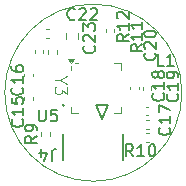
<source format=gbr>
%TF.GenerationSoftware,KiCad,Pcbnew,9.0.0*%
%TF.CreationDate,2025-03-13T16:01:27-04:00*%
%TF.ProjectId,IngestibleCapsule-Board,496e6765-7374-4696-926c-654361707375,rev?*%
%TF.SameCoordinates,Original*%
%TF.FileFunction,Legend,Top*%
%TF.FilePolarity,Positive*%
%FSLAX46Y46*%
G04 Gerber Fmt 4.6, Leading zero omitted, Abs format (unit mm)*
G04 Created by KiCad (PCBNEW 9.0.0) date 2025-03-13 16:01:27*
%MOMM*%
%LPD*%
G01*
G04 APERTURE LIST*
%ADD10C,0.150000*%
%ADD11C,0.100000*%
%ADD12C,0.120000*%
%ADD13C,0.200000*%
%ADD14C,0.152400*%
%TA.AperFunction,Profile*%
%ADD15C,0.050000*%
%TD*%
G04 APERTURE END LIST*
D10*
X105958333Y-112729819D02*
X105482143Y-112729819D01*
X105482143Y-112729819D02*
X105482143Y-111729819D01*
X106815476Y-112729819D02*
X106244048Y-112729819D01*
X106529762Y-112729819D02*
X106529762Y-111729819D01*
X106529762Y-111729819D02*
X106434524Y-111872676D01*
X106434524Y-111872676D02*
X106339286Y-111967914D01*
X106339286Y-111967914D02*
X106244048Y-112015533D01*
X102979819Y-110042857D02*
X102503628Y-110376190D01*
X102979819Y-110614285D02*
X101979819Y-110614285D01*
X101979819Y-110614285D02*
X101979819Y-110233333D01*
X101979819Y-110233333D02*
X102027438Y-110138095D01*
X102027438Y-110138095D02*
X102075057Y-110090476D01*
X102075057Y-110090476D02*
X102170295Y-110042857D01*
X102170295Y-110042857D02*
X102313152Y-110042857D01*
X102313152Y-110042857D02*
X102408390Y-110090476D01*
X102408390Y-110090476D02*
X102456009Y-110138095D01*
X102456009Y-110138095D02*
X102503628Y-110233333D01*
X102503628Y-110233333D02*
X102503628Y-110614285D01*
X102979819Y-109090476D02*
X102979819Y-109661904D01*
X102979819Y-109376190D02*
X101979819Y-109376190D01*
X101979819Y-109376190D02*
X102122676Y-109471428D01*
X102122676Y-109471428D02*
X102217914Y-109566666D01*
X102217914Y-109566666D02*
X102265533Y-109661904D01*
X102075057Y-108709523D02*
X102027438Y-108661904D01*
X102027438Y-108661904D02*
X101979819Y-108566666D01*
X101979819Y-108566666D02*
X101979819Y-108328571D01*
X101979819Y-108328571D02*
X102027438Y-108233333D01*
X102027438Y-108233333D02*
X102075057Y-108185714D01*
X102075057Y-108185714D02*
X102170295Y-108138095D01*
X102170295Y-108138095D02*
X102265533Y-108138095D01*
X102265533Y-108138095D02*
X102408390Y-108185714D01*
X102408390Y-108185714D02*
X102979819Y-108757142D01*
X102979819Y-108757142D02*
X102979819Y-108138095D01*
D11*
X97218771Y-113923809D02*
X96742580Y-113923809D01*
X97742580Y-113590476D02*
X97218771Y-113923809D01*
X97218771Y-113923809D02*
X97742580Y-114257142D01*
X97742580Y-114495238D02*
X97742580Y-115114285D01*
X97742580Y-115114285D02*
X97361628Y-114780952D01*
X97361628Y-114780952D02*
X97361628Y-114923809D01*
X97361628Y-114923809D02*
X97314009Y-115019047D01*
X97314009Y-115019047D02*
X97266390Y-115066666D01*
X97266390Y-115066666D02*
X97171152Y-115114285D01*
X97171152Y-115114285D02*
X96933057Y-115114285D01*
X96933057Y-115114285D02*
X96837819Y-115066666D01*
X96837819Y-115066666D02*
X96790200Y-115019047D01*
X96790200Y-115019047D02*
X96742580Y-114923809D01*
X96742580Y-114923809D02*
X96742580Y-114638095D01*
X96742580Y-114638095D02*
X96790200Y-114542857D01*
X96790200Y-114542857D02*
X96837819Y-114495238D01*
D10*
X93959580Y-114567857D02*
X94007200Y-114615476D01*
X94007200Y-114615476D02*
X94054819Y-114758333D01*
X94054819Y-114758333D02*
X94054819Y-114853571D01*
X94054819Y-114853571D02*
X94007200Y-114996428D01*
X94007200Y-114996428D02*
X93911961Y-115091666D01*
X93911961Y-115091666D02*
X93816723Y-115139285D01*
X93816723Y-115139285D02*
X93626247Y-115186904D01*
X93626247Y-115186904D02*
X93483390Y-115186904D01*
X93483390Y-115186904D02*
X93292914Y-115139285D01*
X93292914Y-115139285D02*
X93197676Y-115091666D01*
X93197676Y-115091666D02*
X93102438Y-114996428D01*
X93102438Y-114996428D02*
X93054819Y-114853571D01*
X93054819Y-114853571D02*
X93054819Y-114758333D01*
X93054819Y-114758333D02*
X93102438Y-114615476D01*
X93102438Y-114615476D02*
X93150057Y-114567857D01*
X94054819Y-113615476D02*
X94054819Y-114186904D01*
X94054819Y-113901190D02*
X93054819Y-113901190D01*
X93054819Y-113901190D02*
X93197676Y-113996428D01*
X93197676Y-113996428D02*
X93292914Y-114091666D01*
X93292914Y-114091666D02*
X93340533Y-114186904D01*
X93054819Y-112758333D02*
X93054819Y-112948809D01*
X93054819Y-112948809D02*
X93102438Y-113044047D01*
X93102438Y-113044047D02*
X93150057Y-113091666D01*
X93150057Y-113091666D02*
X93292914Y-113186904D01*
X93292914Y-113186904D02*
X93483390Y-113234523D01*
X93483390Y-113234523D02*
X93864342Y-113234523D01*
X93864342Y-113234523D02*
X93959580Y-113186904D01*
X93959580Y-113186904D02*
X94007200Y-113139285D01*
X94007200Y-113139285D02*
X94054819Y-113044047D01*
X94054819Y-113044047D02*
X94054819Y-112853571D01*
X94054819Y-112853571D02*
X94007200Y-112758333D01*
X94007200Y-112758333D02*
X93959580Y-112710714D01*
X93959580Y-112710714D02*
X93864342Y-112663095D01*
X93864342Y-112663095D02*
X93626247Y-112663095D01*
X93626247Y-112663095D02*
X93531009Y-112710714D01*
X93531009Y-112710714D02*
X93483390Y-112758333D01*
X93483390Y-112758333D02*
X93435771Y-112853571D01*
X93435771Y-112853571D02*
X93435771Y-113044047D01*
X93435771Y-113044047D02*
X93483390Y-113139285D01*
X93483390Y-113139285D02*
X93531009Y-113186904D01*
X93531009Y-113186904D02*
X93626247Y-113234523D01*
X98432142Y-108759580D02*
X98384523Y-108807200D01*
X98384523Y-108807200D02*
X98241666Y-108854819D01*
X98241666Y-108854819D02*
X98146428Y-108854819D01*
X98146428Y-108854819D02*
X98003571Y-108807200D01*
X98003571Y-108807200D02*
X97908333Y-108711961D01*
X97908333Y-108711961D02*
X97860714Y-108616723D01*
X97860714Y-108616723D02*
X97813095Y-108426247D01*
X97813095Y-108426247D02*
X97813095Y-108283390D01*
X97813095Y-108283390D02*
X97860714Y-108092914D01*
X97860714Y-108092914D02*
X97908333Y-107997676D01*
X97908333Y-107997676D02*
X98003571Y-107902438D01*
X98003571Y-107902438D02*
X98146428Y-107854819D01*
X98146428Y-107854819D02*
X98241666Y-107854819D01*
X98241666Y-107854819D02*
X98384523Y-107902438D01*
X98384523Y-107902438D02*
X98432142Y-107950057D01*
X98813095Y-107950057D02*
X98860714Y-107902438D01*
X98860714Y-107902438D02*
X98955952Y-107854819D01*
X98955952Y-107854819D02*
X99194047Y-107854819D01*
X99194047Y-107854819D02*
X99289285Y-107902438D01*
X99289285Y-107902438D02*
X99336904Y-107950057D01*
X99336904Y-107950057D02*
X99384523Y-108045295D01*
X99384523Y-108045295D02*
X99384523Y-108140533D01*
X99384523Y-108140533D02*
X99336904Y-108283390D01*
X99336904Y-108283390D02*
X98765476Y-108854819D01*
X98765476Y-108854819D02*
X99384523Y-108854819D01*
X99765476Y-107950057D02*
X99813095Y-107902438D01*
X99813095Y-107902438D02*
X99908333Y-107854819D01*
X99908333Y-107854819D02*
X100146428Y-107854819D01*
X100146428Y-107854819D02*
X100241666Y-107902438D01*
X100241666Y-107902438D02*
X100289285Y-107950057D01*
X100289285Y-107950057D02*
X100336904Y-108045295D01*
X100336904Y-108045295D02*
X100336904Y-108140533D01*
X100336904Y-108140533D02*
X100289285Y-108283390D01*
X100289285Y-108283390D02*
X99717857Y-108854819D01*
X99717857Y-108854819D02*
X100336904Y-108854819D01*
X95388095Y-116429819D02*
X95388095Y-117239342D01*
X95388095Y-117239342D02*
X95435714Y-117334580D01*
X95435714Y-117334580D02*
X95483333Y-117382200D01*
X95483333Y-117382200D02*
X95578571Y-117429819D01*
X95578571Y-117429819D02*
X95769047Y-117429819D01*
X95769047Y-117429819D02*
X95864285Y-117382200D01*
X95864285Y-117382200D02*
X95911904Y-117334580D01*
X95911904Y-117334580D02*
X95959523Y-117239342D01*
X95959523Y-117239342D02*
X95959523Y-116429819D01*
X96911904Y-116429819D02*
X96435714Y-116429819D01*
X96435714Y-116429819D02*
X96388095Y-116906009D01*
X96388095Y-116906009D02*
X96435714Y-116858390D01*
X96435714Y-116858390D02*
X96530952Y-116810771D01*
X96530952Y-116810771D02*
X96769047Y-116810771D01*
X96769047Y-116810771D02*
X96864285Y-116858390D01*
X96864285Y-116858390D02*
X96911904Y-116906009D01*
X96911904Y-116906009D02*
X96959523Y-117001247D01*
X96959523Y-117001247D02*
X96959523Y-117239342D01*
X96959523Y-117239342D02*
X96911904Y-117334580D01*
X96911904Y-117334580D02*
X96864285Y-117382200D01*
X96864285Y-117382200D02*
X96769047Y-117429819D01*
X96769047Y-117429819D02*
X96530952Y-117429819D01*
X96530952Y-117429819D02*
X96435714Y-117382200D01*
X96435714Y-117382200D02*
X96388095Y-117334580D01*
X106434580Y-117962857D02*
X106482200Y-118010476D01*
X106482200Y-118010476D02*
X106529819Y-118153333D01*
X106529819Y-118153333D02*
X106529819Y-118248571D01*
X106529819Y-118248571D02*
X106482200Y-118391428D01*
X106482200Y-118391428D02*
X106386961Y-118486666D01*
X106386961Y-118486666D02*
X106291723Y-118534285D01*
X106291723Y-118534285D02*
X106101247Y-118581904D01*
X106101247Y-118581904D02*
X105958390Y-118581904D01*
X105958390Y-118581904D02*
X105767914Y-118534285D01*
X105767914Y-118534285D02*
X105672676Y-118486666D01*
X105672676Y-118486666D02*
X105577438Y-118391428D01*
X105577438Y-118391428D02*
X105529819Y-118248571D01*
X105529819Y-118248571D02*
X105529819Y-118153333D01*
X105529819Y-118153333D02*
X105577438Y-118010476D01*
X105577438Y-118010476D02*
X105625057Y-117962857D01*
X106529819Y-117010476D02*
X106529819Y-117581904D01*
X106529819Y-117296190D02*
X105529819Y-117296190D01*
X105529819Y-117296190D02*
X105672676Y-117391428D01*
X105672676Y-117391428D02*
X105767914Y-117486666D01*
X105767914Y-117486666D02*
X105815533Y-117581904D01*
X105529819Y-116677142D02*
X105529819Y-116010476D01*
X105529819Y-116010476D02*
X106529819Y-116439047D01*
X104154819Y-110917857D02*
X103678628Y-111251190D01*
X104154819Y-111489285D02*
X103154819Y-111489285D01*
X103154819Y-111489285D02*
X103154819Y-111108333D01*
X103154819Y-111108333D02*
X103202438Y-111013095D01*
X103202438Y-111013095D02*
X103250057Y-110965476D01*
X103250057Y-110965476D02*
X103345295Y-110917857D01*
X103345295Y-110917857D02*
X103488152Y-110917857D01*
X103488152Y-110917857D02*
X103583390Y-110965476D01*
X103583390Y-110965476D02*
X103631009Y-111013095D01*
X103631009Y-111013095D02*
X103678628Y-111108333D01*
X103678628Y-111108333D02*
X103678628Y-111489285D01*
X104154819Y-109965476D02*
X104154819Y-110536904D01*
X104154819Y-110251190D02*
X103154819Y-110251190D01*
X103154819Y-110251190D02*
X103297676Y-110346428D01*
X103297676Y-110346428D02*
X103392914Y-110441666D01*
X103392914Y-110441666D02*
X103440533Y-110536904D01*
X104154819Y-109013095D02*
X104154819Y-109584523D01*
X104154819Y-109298809D02*
X103154819Y-109298809D01*
X103154819Y-109298809D02*
X103297676Y-109394047D01*
X103297676Y-109394047D02*
X103392914Y-109489285D01*
X103392914Y-109489285D02*
X103440533Y-109584523D01*
X95234819Y-118666666D02*
X94758628Y-118999999D01*
X95234819Y-119238094D02*
X94234819Y-119238094D01*
X94234819Y-119238094D02*
X94234819Y-118857142D01*
X94234819Y-118857142D02*
X94282438Y-118761904D01*
X94282438Y-118761904D02*
X94330057Y-118714285D01*
X94330057Y-118714285D02*
X94425295Y-118666666D01*
X94425295Y-118666666D02*
X94568152Y-118666666D01*
X94568152Y-118666666D02*
X94663390Y-118714285D01*
X94663390Y-118714285D02*
X94711009Y-118761904D01*
X94711009Y-118761904D02*
X94758628Y-118857142D01*
X94758628Y-118857142D02*
X94758628Y-119238094D01*
X95234819Y-118190475D02*
X95234819Y-117999999D01*
X95234819Y-117999999D02*
X95187200Y-117904761D01*
X95187200Y-117904761D02*
X95139580Y-117857142D01*
X95139580Y-117857142D02*
X94996723Y-117761904D01*
X94996723Y-117761904D02*
X94806247Y-117714285D01*
X94806247Y-117714285D02*
X94425295Y-117714285D01*
X94425295Y-117714285D02*
X94330057Y-117761904D01*
X94330057Y-117761904D02*
X94282438Y-117809523D01*
X94282438Y-117809523D02*
X94234819Y-117904761D01*
X94234819Y-117904761D02*
X94234819Y-118095237D01*
X94234819Y-118095237D02*
X94282438Y-118190475D01*
X94282438Y-118190475D02*
X94330057Y-118238094D01*
X94330057Y-118238094D02*
X94425295Y-118285713D01*
X94425295Y-118285713D02*
X94663390Y-118285713D01*
X94663390Y-118285713D02*
X94758628Y-118238094D01*
X94758628Y-118238094D02*
X94806247Y-118190475D01*
X94806247Y-118190475D02*
X94853866Y-118095237D01*
X94853866Y-118095237D02*
X94853866Y-117904761D01*
X94853866Y-117904761D02*
X94806247Y-117809523D01*
X94806247Y-117809523D02*
X94758628Y-117761904D01*
X94758628Y-117761904D02*
X94663390Y-117714285D01*
X93984580Y-117267857D02*
X94032200Y-117315476D01*
X94032200Y-117315476D02*
X94079819Y-117458333D01*
X94079819Y-117458333D02*
X94079819Y-117553571D01*
X94079819Y-117553571D02*
X94032200Y-117696428D01*
X94032200Y-117696428D02*
X93936961Y-117791666D01*
X93936961Y-117791666D02*
X93841723Y-117839285D01*
X93841723Y-117839285D02*
X93651247Y-117886904D01*
X93651247Y-117886904D02*
X93508390Y-117886904D01*
X93508390Y-117886904D02*
X93317914Y-117839285D01*
X93317914Y-117839285D02*
X93222676Y-117791666D01*
X93222676Y-117791666D02*
X93127438Y-117696428D01*
X93127438Y-117696428D02*
X93079819Y-117553571D01*
X93079819Y-117553571D02*
X93079819Y-117458333D01*
X93079819Y-117458333D02*
X93127438Y-117315476D01*
X93127438Y-117315476D02*
X93175057Y-117267857D01*
X94079819Y-116315476D02*
X94079819Y-116886904D01*
X94079819Y-116601190D02*
X93079819Y-116601190D01*
X93079819Y-116601190D02*
X93222676Y-116696428D01*
X93222676Y-116696428D02*
X93317914Y-116791666D01*
X93317914Y-116791666D02*
X93365533Y-116886904D01*
X93079819Y-115410714D02*
X93079819Y-115886904D01*
X93079819Y-115886904D02*
X93556009Y-115934523D01*
X93556009Y-115934523D02*
X93508390Y-115886904D01*
X93508390Y-115886904D02*
X93460771Y-115791666D01*
X93460771Y-115791666D02*
X93460771Y-115553571D01*
X93460771Y-115553571D02*
X93508390Y-115458333D01*
X93508390Y-115458333D02*
X93556009Y-115410714D01*
X93556009Y-115410714D02*
X93651247Y-115363095D01*
X93651247Y-115363095D02*
X93889342Y-115363095D01*
X93889342Y-115363095D02*
X93984580Y-115410714D01*
X93984580Y-115410714D02*
X94032200Y-115458333D01*
X94032200Y-115458333D02*
X94079819Y-115553571D01*
X94079819Y-115553571D02*
X94079819Y-115791666D01*
X94079819Y-115791666D02*
X94032200Y-115886904D01*
X94032200Y-115886904D02*
X93984580Y-115934523D01*
X107109580Y-115117857D02*
X107157200Y-115165476D01*
X107157200Y-115165476D02*
X107204819Y-115308333D01*
X107204819Y-115308333D02*
X107204819Y-115403571D01*
X107204819Y-115403571D02*
X107157200Y-115546428D01*
X107157200Y-115546428D02*
X107061961Y-115641666D01*
X107061961Y-115641666D02*
X106966723Y-115689285D01*
X106966723Y-115689285D02*
X106776247Y-115736904D01*
X106776247Y-115736904D02*
X106633390Y-115736904D01*
X106633390Y-115736904D02*
X106442914Y-115689285D01*
X106442914Y-115689285D02*
X106347676Y-115641666D01*
X106347676Y-115641666D02*
X106252438Y-115546428D01*
X106252438Y-115546428D02*
X106204819Y-115403571D01*
X106204819Y-115403571D02*
X106204819Y-115308333D01*
X106204819Y-115308333D02*
X106252438Y-115165476D01*
X106252438Y-115165476D02*
X106300057Y-115117857D01*
X107204819Y-114165476D02*
X107204819Y-114736904D01*
X107204819Y-114451190D02*
X106204819Y-114451190D01*
X106204819Y-114451190D02*
X106347676Y-114546428D01*
X106347676Y-114546428D02*
X106442914Y-114641666D01*
X106442914Y-114641666D02*
X106490533Y-114736904D01*
X107204819Y-113689285D02*
X107204819Y-113498809D01*
X107204819Y-113498809D02*
X107157200Y-113403571D01*
X107157200Y-113403571D02*
X107109580Y-113355952D01*
X107109580Y-113355952D02*
X106966723Y-113260714D01*
X106966723Y-113260714D02*
X106776247Y-113213095D01*
X106776247Y-113213095D02*
X106395295Y-113213095D01*
X106395295Y-113213095D02*
X106300057Y-113260714D01*
X106300057Y-113260714D02*
X106252438Y-113308333D01*
X106252438Y-113308333D02*
X106204819Y-113403571D01*
X106204819Y-113403571D02*
X106204819Y-113594047D01*
X106204819Y-113594047D02*
X106252438Y-113689285D01*
X106252438Y-113689285D02*
X106300057Y-113736904D01*
X106300057Y-113736904D02*
X106395295Y-113784523D01*
X106395295Y-113784523D02*
X106633390Y-113784523D01*
X106633390Y-113784523D02*
X106728628Y-113736904D01*
X106728628Y-113736904D02*
X106776247Y-113689285D01*
X106776247Y-113689285D02*
X106823866Y-113594047D01*
X106823866Y-113594047D02*
X106823866Y-113403571D01*
X106823866Y-113403571D02*
X106776247Y-113308333D01*
X106776247Y-113308333D02*
X106728628Y-113260714D01*
X106728628Y-113260714D02*
X106633390Y-113213095D01*
X103357142Y-120379819D02*
X103023809Y-119903628D01*
X102785714Y-120379819D02*
X102785714Y-119379819D01*
X102785714Y-119379819D02*
X103166666Y-119379819D01*
X103166666Y-119379819D02*
X103261904Y-119427438D01*
X103261904Y-119427438D02*
X103309523Y-119475057D01*
X103309523Y-119475057D02*
X103357142Y-119570295D01*
X103357142Y-119570295D02*
X103357142Y-119713152D01*
X103357142Y-119713152D02*
X103309523Y-119808390D01*
X103309523Y-119808390D02*
X103261904Y-119856009D01*
X103261904Y-119856009D02*
X103166666Y-119903628D01*
X103166666Y-119903628D02*
X102785714Y-119903628D01*
X104309523Y-120379819D02*
X103738095Y-120379819D01*
X104023809Y-120379819D02*
X104023809Y-119379819D01*
X104023809Y-119379819D02*
X103928571Y-119522676D01*
X103928571Y-119522676D02*
X103833333Y-119617914D01*
X103833333Y-119617914D02*
X103738095Y-119665533D01*
X104928571Y-119379819D02*
X105023809Y-119379819D01*
X105023809Y-119379819D02*
X105119047Y-119427438D01*
X105119047Y-119427438D02*
X105166666Y-119475057D01*
X105166666Y-119475057D02*
X105214285Y-119570295D01*
X105214285Y-119570295D02*
X105261904Y-119760771D01*
X105261904Y-119760771D02*
X105261904Y-119998866D01*
X105261904Y-119998866D02*
X105214285Y-120189342D01*
X105214285Y-120189342D02*
X105166666Y-120284580D01*
X105166666Y-120284580D02*
X105119047Y-120332200D01*
X105119047Y-120332200D02*
X105023809Y-120379819D01*
X105023809Y-120379819D02*
X104928571Y-120379819D01*
X104928571Y-120379819D02*
X104833333Y-120332200D01*
X104833333Y-120332200D02*
X104785714Y-120284580D01*
X104785714Y-120284580D02*
X104738095Y-120189342D01*
X104738095Y-120189342D02*
X104690476Y-119998866D01*
X104690476Y-119998866D02*
X104690476Y-119760771D01*
X104690476Y-119760771D02*
X104738095Y-119570295D01*
X104738095Y-119570295D02*
X104785714Y-119475057D01*
X104785714Y-119475057D02*
X104833333Y-119427438D01*
X104833333Y-119427438D02*
X104928571Y-119379819D01*
X96483333Y-120775180D02*
X96483333Y-120060895D01*
X96483333Y-120060895D02*
X96530952Y-119918038D01*
X96530952Y-119918038D02*
X96626190Y-119822800D01*
X96626190Y-119822800D02*
X96769047Y-119775180D01*
X96769047Y-119775180D02*
X96864285Y-119775180D01*
X95578571Y-120441847D02*
X95578571Y-119775180D01*
X95816666Y-120822800D02*
X96054761Y-120108514D01*
X96054761Y-120108514D02*
X95435714Y-120108514D01*
X105209580Y-111642857D02*
X105257200Y-111690476D01*
X105257200Y-111690476D02*
X105304819Y-111833333D01*
X105304819Y-111833333D02*
X105304819Y-111928571D01*
X105304819Y-111928571D02*
X105257200Y-112071428D01*
X105257200Y-112071428D02*
X105161961Y-112166666D01*
X105161961Y-112166666D02*
X105066723Y-112214285D01*
X105066723Y-112214285D02*
X104876247Y-112261904D01*
X104876247Y-112261904D02*
X104733390Y-112261904D01*
X104733390Y-112261904D02*
X104542914Y-112214285D01*
X104542914Y-112214285D02*
X104447676Y-112166666D01*
X104447676Y-112166666D02*
X104352438Y-112071428D01*
X104352438Y-112071428D02*
X104304819Y-111928571D01*
X104304819Y-111928571D02*
X104304819Y-111833333D01*
X104304819Y-111833333D02*
X104352438Y-111690476D01*
X104352438Y-111690476D02*
X104400057Y-111642857D01*
X104400057Y-111261904D02*
X104352438Y-111214285D01*
X104352438Y-111214285D02*
X104304819Y-111119047D01*
X104304819Y-111119047D02*
X104304819Y-110880952D01*
X104304819Y-110880952D02*
X104352438Y-110785714D01*
X104352438Y-110785714D02*
X104400057Y-110738095D01*
X104400057Y-110738095D02*
X104495295Y-110690476D01*
X104495295Y-110690476D02*
X104590533Y-110690476D01*
X104590533Y-110690476D02*
X104733390Y-110738095D01*
X104733390Y-110738095D02*
X105304819Y-111309523D01*
X105304819Y-111309523D02*
X105304819Y-110690476D01*
X104304819Y-110071428D02*
X104304819Y-109976190D01*
X104304819Y-109976190D02*
X104352438Y-109880952D01*
X104352438Y-109880952D02*
X104400057Y-109833333D01*
X104400057Y-109833333D02*
X104495295Y-109785714D01*
X104495295Y-109785714D02*
X104685771Y-109738095D01*
X104685771Y-109738095D02*
X104923866Y-109738095D01*
X104923866Y-109738095D02*
X105114342Y-109785714D01*
X105114342Y-109785714D02*
X105209580Y-109833333D01*
X105209580Y-109833333D02*
X105257200Y-109880952D01*
X105257200Y-109880952D02*
X105304819Y-109976190D01*
X105304819Y-109976190D02*
X105304819Y-110071428D01*
X105304819Y-110071428D02*
X105257200Y-110166666D01*
X105257200Y-110166666D02*
X105209580Y-110214285D01*
X105209580Y-110214285D02*
X105114342Y-110261904D01*
X105114342Y-110261904D02*
X104923866Y-110309523D01*
X104923866Y-110309523D02*
X104685771Y-110309523D01*
X104685771Y-110309523D02*
X104495295Y-110261904D01*
X104495295Y-110261904D02*
X104400057Y-110214285D01*
X104400057Y-110214285D02*
X104352438Y-110166666D01*
X104352438Y-110166666D02*
X104304819Y-110071428D01*
X105909580Y-115067857D02*
X105957200Y-115115476D01*
X105957200Y-115115476D02*
X106004819Y-115258333D01*
X106004819Y-115258333D02*
X106004819Y-115353571D01*
X106004819Y-115353571D02*
X105957200Y-115496428D01*
X105957200Y-115496428D02*
X105861961Y-115591666D01*
X105861961Y-115591666D02*
X105766723Y-115639285D01*
X105766723Y-115639285D02*
X105576247Y-115686904D01*
X105576247Y-115686904D02*
X105433390Y-115686904D01*
X105433390Y-115686904D02*
X105242914Y-115639285D01*
X105242914Y-115639285D02*
X105147676Y-115591666D01*
X105147676Y-115591666D02*
X105052438Y-115496428D01*
X105052438Y-115496428D02*
X105004819Y-115353571D01*
X105004819Y-115353571D02*
X105004819Y-115258333D01*
X105004819Y-115258333D02*
X105052438Y-115115476D01*
X105052438Y-115115476D02*
X105100057Y-115067857D01*
X106004819Y-114115476D02*
X106004819Y-114686904D01*
X106004819Y-114401190D02*
X105004819Y-114401190D01*
X105004819Y-114401190D02*
X105147676Y-114496428D01*
X105147676Y-114496428D02*
X105242914Y-114591666D01*
X105242914Y-114591666D02*
X105290533Y-114686904D01*
X105433390Y-113544047D02*
X105385771Y-113639285D01*
X105385771Y-113639285D02*
X105338152Y-113686904D01*
X105338152Y-113686904D02*
X105242914Y-113734523D01*
X105242914Y-113734523D02*
X105195295Y-113734523D01*
X105195295Y-113734523D02*
X105100057Y-113686904D01*
X105100057Y-113686904D02*
X105052438Y-113639285D01*
X105052438Y-113639285D02*
X105004819Y-113544047D01*
X105004819Y-113544047D02*
X105004819Y-113353571D01*
X105004819Y-113353571D02*
X105052438Y-113258333D01*
X105052438Y-113258333D02*
X105100057Y-113210714D01*
X105100057Y-113210714D02*
X105195295Y-113163095D01*
X105195295Y-113163095D02*
X105242914Y-113163095D01*
X105242914Y-113163095D02*
X105338152Y-113210714D01*
X105338152Y-113210714D02*
X105385771Y-113258333D01*
X105385771Y-113258333D02*
X105433390Y-113353571D01*
X105433390Y-113353571D02*
X105433390Y-113544047D01*
X105433390Y-113544047D02*
X105481009Y-113639285D01*
X105481009Y-113639285D02*
X105528628Y-113686904D01*
X105528628Y-113686904D02*
X105623866Y-113734523D01*
X105623866Y-113734523D02*
X105814342Y-113734523D01*
X105814342Y-113734523D02*
X105909580Y-113686904D01*
X105909580Y-113686904D02*
X105957200Y-113639285D01*
X105957200Y-113639285D02*
X106004819Y-113544047D01*
X106004819Y-113544047D02*
X106004819Y-113353571D01*
X106004819Y-113353571D02*
X105957200Y-113258333D01*
X105957200Y-113258333D02*
X105909580Y-113210714D01*
X105909580Y-113210714D02*
X105814342Y-113163095D01*
X105814342Y-113163095D02*
X105623866Y-113163095D01*
X105623866Y-113163095D02*
X105528628Y-113210714D01*
X105528628Y-113210714D02*
X105481009Y-113258333D01*
X105481009Y-113258333D02*
X105433390Y-113353571D01*
X100059580Y-111042857D02*
X100107200Y-111090476D01*
X100107200Y-111090476D02*
X100154819Y-111233333D01*
X100154819Y-111233333D02*
X100154819Y-111328571D01*
X100154819Y-111328571D02*
X100107200Y-111471428D01*
X100107200Y-111471428D02*
X100011961Y-111566666D01*
X100011961Y-111566666D02*
X99916723Y-111614285D01*
X99916723Y-111614285D02*
X99726247Y-111661904D01*
X99726247Y-111661904D02*
X99583390Y-111661904D01*
X99583390Y-111661904D02*
X99392914Y-111614285D01*
X99392914Y-111614285D02*
X99297676Y-111566666D01*
X99297676Y-111566666D02*
X99202438Y-111471428D01*
X99202438Y-111471428D02*
X99154819Y-111328571D01*
X99154819Y-111328571D02*
X99154819Y-111233333D01*
X99154819Y-111233333D02*
X99202438Y-111090476D01*
X99202438Y-111090476D02*
X99250057Y-111042857D01*
X99250057Y-110661904D02*
X99202438Y-110614285D01*
X99202438Y-110614285D02*
X99154819Y-110519047D01*
X99154819Y-110519047D02*
X99154819Y-110280952D01*
X99154819Y-110280952D02*
X99202438Y-110185714D01*
X99202438Y-110185714D02*
X99250057Y-110138095D01*
X99250057Y-110138095D02*
X99345295Y-110090476D01*
X99345295Y-110090476D02*
X99440533Y-110090476D01*
X99440533Y-110090476D02*
X99583390Y-110138095D01*
X99583390Y-110138095D02*
X100154819Y-110709523D01*
X100154819Y-110709523D02*
X100154819Y-110090476D01*
X99154819Y-109757142D02*
X99154819Y-109138095D01*
X99154819Y-109138095D02*
X99535771Y-109471428D01*
X99535771Y-109471428D02*
X99535771Y-109328571D01*
X99535771Y-109328571D02*
X99583390Y-109233333D01*
X99583390Y-109233333D02*
X99631009Y-109185714D01*
X99631009Y-109185714D02*
X99726247Y-109138095D01*
X99726247Y-109138095D02*
X99964342Y-109138095D01*
X99964342Y-109138095D02*
X100059580Y-109185714D01*
X100059580Y-109185714D02*
X100107200Y-109233333D01*
X100107200Y-109233333D02*
X100154819Y-109328571D01*
X100154819Y-109328571D02*
X100154819Y-109614285D01*
X100154819Y-109614285D02*
X100107200Y-109709523D01*
X100107200Y-109709523D02*
X100059580Y-109757142D01*
D12*
%TO.C,R12*%
X96170000Y-111713641D02*
X96170000Y-111406359D01*
X96930000Y-111713641D02*
X96930000Y-111406359D01*
D13*
%TO.C,Y3*%
X97518544Y-116049871D02*
G75*
G02*
X97358544Y-116049871I-80000J0D01*
G01*
X97358544Y-116049871D02*
G75*
G02*
X97518544Y-116049871I80000J0D01*
G01*
D12*
%TO.C,C16*%
X94140000Y-113392164D02*
X94140000Y-113607836D01*
X94860000Y-113392164D02*
X94860000Y-113607836D01*
%TO.C,C22*%
X96207836Y-109640000D02*
X95992164Y-109640000D01*
X96207836Y-110360000D02*
X95992164Y-110360000D01*
%TO.C,U5*%
X98115000Y-113065000D02*
X98115000Y-112755000D01*
X98115000Y-116735000D02*
X98115000Y-116185000D01*
X98665000Y-112515000D02*
X98415000Y-112515000D01*
X98665000Y-116735000D02*
X98115000Y-116735000D01*
X101785000Y-112515000D02*
X102335000Y-112515000D01*
X101785000Y-116735000D02*
X102335000Y-116735000D01*
X102335000Y-112515000D02*
X102335000Y-113065000D01*
X102335000Y-116735000D02*
X102335000Y-116185000D01*
X98115000Y-112515000D02*
X97875000Y-112185000D01*
X98355000Y-112185000D01*
X98115000Y-112515000D01*
G36*
X98115000Y-112515000D02*
G01*
X97875000Y-112185000D01*
X98355000Y-112185000D01*
X98115000Y-112515000D01*
G37*
%TO.C,C17*%
X104462164Y-118440000D02*
X104677836Y-118440000D01*
X104462164Y-119160000D02*
X104677836Y-119160000D01*
%TO.C,R11*%
X97677500Y-110437258D02*
X97677500Y-109962742D01*
X98722500Y-110437258D02*
X98722500Y-109962742D01*
%TO.C,R9*%
X95570000Y-118653641D02*
X95570000Y-118346359D01*
X96330000Y-118653641D02*
X96330000Y-118346359D01*
%TO.C,C15*%
X94140000Y-115607836D02*
X94140000Y-115392164D01*
X94860000Y-115607836D02*
X94860000Y-115392164D01*
%TO.C,C19*%
X104190000Y-114517164D02*
X104190000Y-114732836D01*
X104910000Y-114517164D02*
X104910000Y-114732836D01*
%TO.C,R10*%
X104733641Y-117320000D02*
X104426359Y-117320000D01*
X104733641Y-118080000D02*
X104426359Y-118080000D01*
D14*
%TO.C,J4*%
X97450005Y-118461072D02*
X97450005Y-120738928D01*
X100263995Y-116018000D02*
X100771995Y-117211800D01*
X101279995Y-116018000D02*
X100263995Y-116018000D01*
X101279995Y-116018000D02*
X100771995Y-117211800D01*
X102549995Y-120738928D02*
X102549995Y-118461072D01*
D12*
%TO.C,C21*%
X104442164Y-116190000D02*
X104657836Y-116190000D01*
X104442164Y-116910000D02*
X104657836Y-116910000D01*
%TO.C,C20*%
X101065000Y-109832836D02*
X101065000Y-109617164D01*
X101785000Y-109832836D02*
X101785000Y-109617164D01*
%TO.C,C18*%
X103140000Y-114512164D02*
X103140000Y-114727836D01*
X103860000Y-114512164D02*
X103860000Y-114727836D01*
%TO.C,C23*%
X95040000Y-111637836D02*
X95040000Y-111422164D01*
X95760000Y-111637836D02*
X95760000Y-111422164D01*
%TD*%
D15*
X107500000Y-115000000D02*
G75*
G02*
X92500000Y-115000000I-7500000J0D01*
G01*
X92500000Y-115000000D02*
G75*
G02*
X107500000Y-115000000I7500000J0D01*
G01*
M02*

</source>
